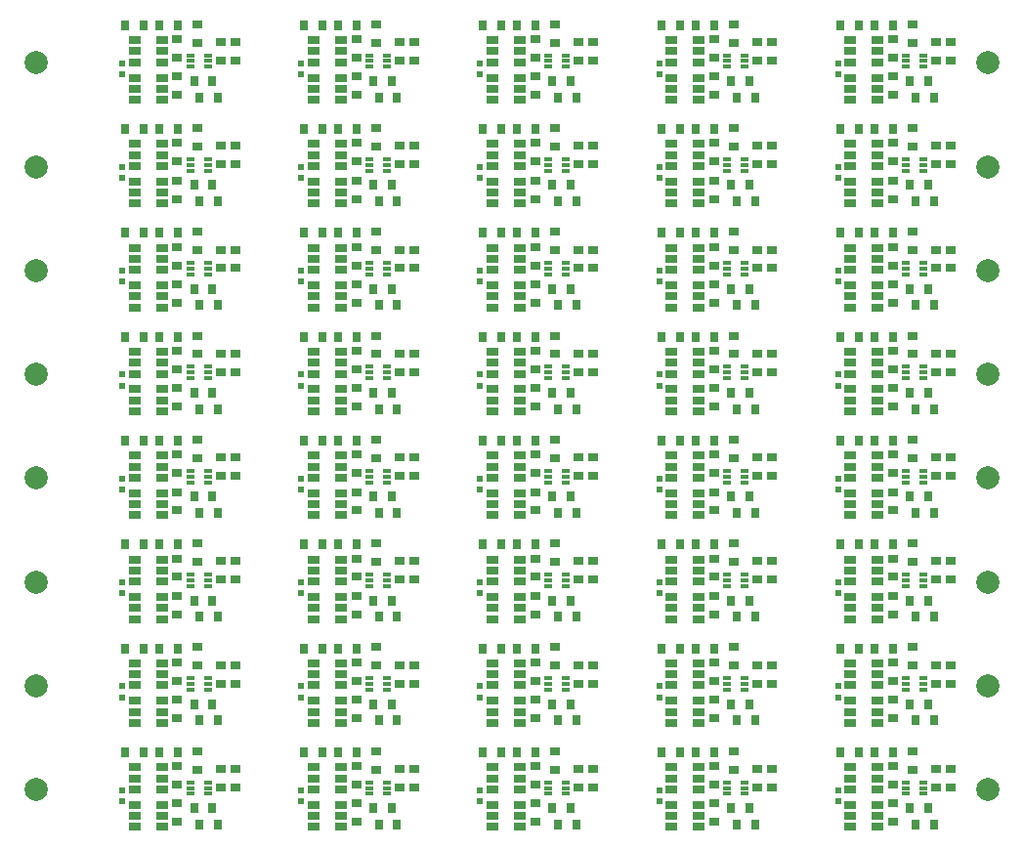
<source format=gtp>
G04 #@! TF.GenerationSoftware,KiCad,Pcbnew,(6.0.7)*
G04 #@! TF.CreationDate,2022-09-01T13:19:57+09:00*
G04 #@! TF.ProjectId,switchdecoder3,73776974-6368-4646-9563-6f646572332e,rev?*
G04 #@! TF.SameCoordinates,Original*
G04 #@! TF.FileFunction,Paste,Top*
G04 #@! TF.FilePolarity,Positive*
%FSLAX46Y46*%
G04 Gerber Fmt 4.6, Leading zero omitted, Abs format (unit mm)*
G04 Created by KiCad (PCBNEW (6.0.7)) date 2022-09-01 13:19:57*
%MOMM*%
%LPD*%
G01*
G04 APERTURE LIST*
%ADD10R,0.900000X0.700000*%
%ADD11R,1.000000X0.700000*%
%ADD12R,0.700000X0.900000*%
%ADD13R,0.700000X0.300000*%
%ADD14R,0.500000X0.550000*%
%ADD15C,2.000000*%
G04 APERTURE END LIST*
D10*
X61250000Y37700000D03*
X61250000Y39300000D03*
D11*
X59950000Y40550000D03*
X59950000Y41500000D03*
X59950000Y42450000D03*
X57550000Y42450000D03*
X57550000Y41500000D03*
X57550000Y40550000D03*
X13450000Y55300000D03*
X13450000Y56250000D03*
X13450000Y57200000D03*
X11050000Y57200000D03*
X11050000Y56250000D03*
X11050000Y55300000D03*
D12*
X48800000Y65900000D03*
X47200000Y65900000D03*
D11*
X13450000Y49550000D03*
X13450000Y50500000D03*
X13450000Y51450000D03*
X11050000Y51450000D03*
X11050000Y50500000D03*
X11050000Y49550000D03*
D13*
X15900000Y5150000D03*
X15900000Y4650000D03*
X15900000Y4150000D03*
X17400000Y4150000D03*
X17400000Y4650000D03*
X17400000Y5150000D03*
D10*
X14750000Y46700000D03*
X14750000Y48300000D03*
D13*
X15900000Y32150000D03*
X15900000Y31650000D03*
X15900000Y31150000D03*
X17400000Y31150000D03*
X17400000Y31650000D03*
X17400000Y32150000D03*
D14*
X41000000Y31475000D03*
X41000000Y30525000D03*
X56500000Y13475000D03*
X56500000Y12525000D03*
D13*
X31400000Y32150000D03*
X31400000Y31650000D03*
X31400000Y31150000D03*
X32900000Y31150000D03*
X32900000Y31650000D03*
X32900000Y32150000D03*
D10*
X47500000Y34850000D03*
X47500000Y33250000D03*
X61250000Y51550000D03*
X61250000Y49950000D03*
D12*
X64300000Y11900000D03*
X62700000Y11900000D03*
D10*
X30250000Y55700000D03*
X30250000Y57300000D03*
D14*
X25500000Y49475000D03*
X25500000Y48525000D03*
D11*
X28950000Y31550000D03*
X28950000Y32500000D03*
X28950000Y33450000D03*
X26550000Y33450000D03*
X26550000Y32500000D03*
X26550000Y31550000D03*
D10*
X30250000Y6550000D03*
X30250000Y4950000D03*
X61250000Y19700000D03*
X61250000Y21300000D03*
X30250000Y42550000D03*
X30250000Y40950000D03*
X47500000Y43850000D03*
X47500000Y42250000D03*
D12*
X79800000Y56900000D03*
X78200000Y56900000D03*
D10*
X76750000Y10700000D03*
X76750000Y12300000D03*
D12*
X10200000Y61750000D03*
X11800000Y61750000D03*
D13*
X15900000Y14150000D03*
X15900000Y13650000D03*
X15900000Y13150000D03*
X17400000Y13150000D03*
X17400000Y13650000D03*
X17400000Y14150000D03*
X15900000Y50150000D03*
X15900000Y49650000D03*
X15900000Y49150000D03*
X17400000Y49150000D03*
X17400000Y49650000D03*
X17400000Y50150000D03*
D12*
X13200000Y25750000D03*
X14800000Y25750000D03*
D10*
X80500000Y33300000D03*
X80500000Y31700000D03*
D12*
X33300000Y2900000D03*
X31700000Y2900000D03*
D14*
X72000000Y49475000D03*
X72000000Y48525000D03*
D11*
X13450000Y19300000D03*
X13450000Y20250000D03*
X13450000Y21200000D03*
X11050000Y21200000D03*
X11050000Y20250000D03*
X11050000Y19300000D03*
D10*
X81750000Y69300000D03*
X81750000Y67700000D03*
D12*
X72200000Y52750000D03*
X73800000Y52750000D03*
X16700000Y19500000D03*
X18300000Y19500000D03*
D10*
X32000000Y25850000D03*
X32000000Y24250000D03*
D12*
X79800000Y65900000D03*
X78200000Y65900000D03*
D10*
X32000000Y7850000D03*
X32000000Y6250000D03*
D11*
X59950000Y31550000D03*
X59950000Y32500000D03*
X59950000Y33450000D03*
X57550000Y33450000D03*
X57550000Y32500000D03*
X57550000Y31550000D03*
D12*
X10200000Y43750000D03*
X11800000Y43750000D03*
D13*
X62400000Y50150000D03*
X62400000Y49650000D03*
X62400000Y49150000D03*
X63900000Y49150000D03*
X63900000Y49650000D03*
X63900000Y50150000D03*
D10*
X66250000Y69300000D03*
X66250000Y67700000D03*
X14750000Y1700000D03*
X14750000Y3300000D03*
X78500000Y61850000D03*
X78500000Y60250000D03*
X16500000Y25850000D03*
X16500000Y24250000D03*
D11*
X28950000Y13550000D03*
X28950000Y14500000D03*
X28950000Y15450000D03*
X26550000Y15450000D03*
X26550000Y14500000D03*
X26550000Y13550000D03*
D12*
X56700000Y43750000D03*
X58300000Y43750000D03*
D10*
X49500000Y42300000D03*
X49500000Y40700000D03*
X81750000Y51300000D03*
X81750000Y49700000D03*
D12*
X32200000Y46500000D03*
X33800000Y46500000D03*
X64300000Y47900000D03*
X62700000Y47900000D03*
X79800000Y47900000D03*
X78200000Y47900000D03*
D10*
X49500000Y6300000D03*
X49500000Y4700000D03*
X16500000Y7850000D03*
X16500000Y6250000D03*
D12*
X59700000Y7750000D03*
X61300000Y7750000D03*
X33300000Y29900000D03*
X31700000Y29900000D03*
D13*
X31400000Y14150000D03*
X31400000Y13650000D03*
X31400000Y13150000D03*
X32900000Y13150000D03*
X32900000Y13650000D03*
X32900000Y14150000D03*
D11*
X44450000Y22550000D03*
X44450000Y23500000D03*
X44450000Y24450000D03*
X42050000Y24450000D03*
X42050000Y23500000D03*
X42050000Y22550000D03*
D10*
X14750000Y64700000D03*
X14750000Y66300000D03*
D12*
X63200000Y1500000D03*
X64800000Y1500000D03*
X17800000Y38900000D03*
X16200000Y38900000D03*
X56700000Y52750000D03*
X58300000Y52750000D03*
D10*
X49500000Y60300000D03*
X49500000Y58700000D03*
X80500000Y69300000D03*
X80500000Y67700000D03*
D14*
X56500000Y58475000D03*
X56500000Y57525000D03*
D10*
X35250000Y60300000D03*
X35250000Y58700000D03*
D15*
X85000000Y13500000D03*
X85000000Y13500000D03*
D10*
X61250000Y33550000D03*
X61250000Y31950000D03*
X30250000Y51550000D03*
X30250000Y49950000D03*
D12*
X59700000Y52750000D03*
X61300000Y52750000D03*
D14*
X56500000Y49475000D03*
X56500000Y48525000D03*
D12*
X72200000Y16750000D03*
X73800000Y16750000D03*
X33300000Y65900000D03*
X31700000Y65900000D03*
D10*
X76750000Y60550000D03*
X76750000Y58950000D03*
D12*
X64300000Y2900000D03*
X62700000Y2900000D03*
D10*
X78500000Y16850000D03*
X78500000Y15250000D03*
D13*
X46900000Y68150000D03*
X46900000Y67650000D03*
X46900000Y67150000D03*
X48400000Y67150000D03*
X48400000Y67650000D03*
X48400000Y68150000D03*
D11*
X75450000Y55300000D03*
X75450000Y56250000D03*
X75450000Y57200000D03*
X73050000Y57200000D03*
X73050000Y56250000D03*
X73050000Y55300000D03*
D10*
X18500000Y51300000D03*
X18500000Y49700000D03*
X34000000Y42300000D03*
X34000000Y40700000D03*
D11*
X75450000Y46300000D03*
X75450000Y47250000D03*
X75450000Y48200000D03*
X73050000Y48200000D03*
X73050000Y47250000D03*
X73050000Y46300000D03*
D12*
X78700000Y55500000D03*
X80300000Y55500000D03*
D10*
X30250000Y15550000D03*
X30250000Y13950000D03*
D14*
X10000000Y49475000D03*
X10000000Y48525000D03*
D13*
X77900000Y50150000D03*
X77900000Y49650000D03*
X77900000Y49150000D03*
X79400000Y49150000D03*
X79400000Y49650000D03*
X79400000Y50150000D03*
D10*
X35250000Y15300000D03*
X35250000Y13700000D03*
X61250000Y42550000D03*
X61250000Y40950000D03*
D12*
X33300000Y47900000D03*
X31700000Y47900000D03*
D11*
X75450000Y1300000D03*
X75450000Y2250000D03*
X75450000Y3200000D03*
X73050000Y3200000D03*
X73050000Y2250000D03*
X73050000Y1300000D03*
D10*
X45750000Y15550000D03*
X45750000Y13950000D03*
X18500000Y24300000D03*
X18500000Y22700000D03*
D11*
X28950000Y46300000D03*
X28950000Y47250000D03*
X28950000Y48200000D03*
X26550000Y48200000D03*
X26550000Y47250000D03*
X26550000Y46300000D03*
D12*
X33300000Y11900000D03*
X31700000Y11900000D03*
X16700000Y1500000D03*
X18300000Y1500000D03*
D10*
X61250000Y15550000D03*
X61250000Y13950000D03*
D12*
X33300000Y20900000D03*
X31700000Y20900000D03*
X48800000Y47900000D03*
X47200000Y47900000D03*
D11*
X75450000Y28300000D03*
X75450000Y29250000D03*
X75450000Y30200000D03*
X73050000Y30200000D03*
X73050000Y29250000D03*
X73050000Y28300000D03*
D14*
X10000000Y31475000D03*
X10000000Y30525000D03*
X10000000Y58475000D03*
X10000000Y57525000D03*
D11*
X28950000Y1300000D03*
X28950000Y2250000D03*
X28950000Y3200000D03*
X26550000Y3200000D03*
X26550000Y2250000D03*
X26550000Y1300000D03*
D13*
X31400000Y5150000D03*
X31400000Y4650000D03*
X31400000Y4150000D03*
X32900000Y4150000D03*
X32900000Y4650000D03*
X32900000Y5150000D03*
D10*
X66250000Y24300000D03*
X66250000Y22700000D03*
D12*
X63200000Y10500000D03*
X64800000Y10500000D03*
D11*
X28950000Y4550000D03*
X28950000Y5500000D03*
X28950000Y6450000D03*
X26550000Y6450000D03*
X26550000Y5500000D03*
X26550000Y4550000D03*
X28950000Y55300000D03*
X28950000Y56250000D03*
X28950000Y57200000D03*
X26550000Y57200000D03*
X26550000Y56250000D03*
X26550000Y55300000D03*
X75450000Y49550000D03*
X75450000Y50500000D03*
X75450000Y51450000D03*
X73050000Y51450000D03*
X73050000Y50500000D03*
X73050000Y49550000D03*
D10*
X76750000Y1700000D03*
X76750000Y3300000D03*
D12*
X28700000Y52750000D03*
X30300000Y52750000D03*
D14*
X10000000Y13475000D03*
X10000000Y12525000D03*
D12*
X79800000Y29900000D03*
X78200000Y29900000D03*
D11*
X13450000Y31550000D03*
X13450000Y32500000D03*
X13450000Y33450000D03*
X11050000Y33450000D03*
X11050000Y32500000D03*
X11050000Y31550000D03*
D14*
X72000000Y22475000D03*
X72000000Y21525000D03*
D10*
X16500000Y52850000D03*
X16500000Y51250000D03*
D13*
X15900000Y41150000D03*
X15900000Y40650000D03*
X15900000Y40150000D03*
X17400000Y40150000D03*
X17400000Y40650000D03*
X17400000Y41150000D03*
D15*
X85000000Y67500000D03*
X85000000Y67500000D03*
D11*
X59950000Y37300000D03*
X59950000Y38250000D03*
X59950000Y39200000D03*
X57550000Y39200000D03*
X57550000Y38250000D03*
X57550000Y37300000D03*
D14*
X10000000Y67475000D03*
X10000000Y66525000D03*
D11*
X13450000Y40550000D03*
X13450000Y41500000D03*
X13450000Y42450000D03*
X11050000Y42450000D03*
X11050000Y41500000D03*
X11050000Y40550000D03*
D10*
X30250000Y64700000D03*
X30250000Y66300000D03*
D15*
X85000000Y22500000D03*
X85000000Y22500000D03*
D11*
X59950000Y10300000D03*
X59950000Y11250000D03*
X59950000Y12200000D03*
X57550000Y12200000D03*
X57550000Y11250000D03*
X57550000Y10300000D03*
D10*
X76750000Y28700000D03*
X76750000Y30300000D03*
X80500000Y24300000D03*
X80500000Y22700000D03*
X65000000Y33300000D03*
X65000000Y31700000D03*
D11*
X44450000Y19300000D03*
X44450000Y20250000D03*
X44450000Y21200000D03*
X42050000Y21200000D03*
X42050000Y20250000D03*
X42050000Y19300000D03*
D10*
X18500000Y42300000D03*
X18500000Y40700000D03*
X65000000Y15300000D03*
X65000000Y13700000D03*
X34000000Y69300000D03*
X34000000Y67700000D03*
D12*
X44200000Y34750000D03*
X45800000Y34750000D03*
X32200000Y28500000D03*
X33800000Y28500000D03*
D11*
X13450000Y13550000D03*
X13450000Y14500000D03*
X13450000Y15450000D03*
X11050000Y15450000D03*
X11050000Y14500000D03*
X11050000Y13550000D03*
D10*
X61250000Y60550000D03*
X61250000Y58950000D03*
D11*
X59950000Y1300000D03*
X59950000Y2250000D03*
X59950000Y3200000D03*
X57550000Y3200000D03*
X57550000Y2250000D03*
X57550000Y1300000D03*
D12*
X44200000Y70750000D03*
X45800000Y70750000D03*
D11*
X44450000Y40550000D03*
X44450000Y41500000D03*
X44450000Y42450000D03*
X42050000Y42450000D03*
X42050000Y41500000D03*
X42050000Y40550000D03*
X44450000Y10300000D03*
X44450000Y11250000D03*
X44450000Y12200000D03*
X42050000Y12200000D03*
X42050000Y11250000D03*
X42050000Y10300000D03*
D12*
X47700000Y64500000D03*
X49300000Y64500000D03*
D10*
X63000000Y16850000D03*
X63000000Y15250000D03*
D14*
X25500000Y40475000D03*
X25500000Y39525000D03*
D10*
X76750000Y37700000D03*
X76750000Y39300000D03*
D12*
X59700000Y25750000D03*
X61300000Y25750000D03*
D10*
X19750000Y42300000D03*
X19750000Y40700000D03*
D12*
X28700000Y34750000D03*
X30300000Y34750000D03*
D10*
X66250000Y33300000D03*
X66250000Y31700000D03*
D12*
X10200000Y7750000D03*
X11800000Y7750000D03*
X75200000Y70750000D03*
X76800000Y70750000D03*
D11*
X59950000Y67550000D03*
X59950000Y68500000D03*
X59950000Y69450000D03*
X57550000Y69450000D03*
X57550000Y68500000D03*
X57550000Y67550000D03*
D12*
X47700000Y10500000D03*
X49300000Y10500000D03*
D13*
X31400000Y23150000D03*
X31400000Y22650000D03*
X31400000Y22150000D03*
X32900000Y22150000D03*
X32900000Y22650000D03*
X32900000Y23150000D03*
D12*
X63200000Y55500000D03*
X64800000Y55500000D03*
X56700000Y7750000D03*
X58300000Y7750000D03*
D10*
X81750000Y6300000D03*
X81750000Y4700000D03*
D14*
X72000000Y40475000D03*
X72000000Y39525000D03*
D12*
X63200000Y37500000D03*
X64800000Y37500000D03*
D10*
X14750000Y55700000D03*
X14750000Y57300000D03*
D12*
X13200000Y16750000D03*
X14800000Y16750000D03*
X32200000Y1500000D03*
X33800000Y1500000D03*
D11*
X44450000Y31550000D03*
X44450000Y32500000D03*
X44450000Y33450000D03*
X42050000Y33450000D03*
X42050000Y32500000D03*
X42050000Y31550000D03*
D10*
X78500000Y52850000D03*
X78500000Y51250000D03*
D12*
X75200000Y61750000D03*
X76800000Y61750000D03*
X72200000Y7750000D03*
X73800000Y7750000D03*
D10*
X76750000Y6550000D03*
X76750000Y4950000D03*
D11*
X13450000Y46300000D03*
X13450000Y47250000D03*
X13450000Y48200000D03*
X11050000Y48200000D03*
X11050000Y47250000D03*
X11050000Y46300000D03*
D14*
X25500000Y58475000D03*
X25500000Y57525000D03*
D10*
X35250000Y69300000D03*
X35250000Y67700000D03*
D13*
X77900000Y32150000D03*
X77900000Y31650000D03*
X77900000Y31150000D03*
X79400000Y31150000D03*
X79400000Y31650000D03*
X79400000Y32150000D03*
D10*
X76750000Y55700000D03*
X76750000Y57300000D03*
D12*
X41200000Y7750000D03*
X42800000Y7750000D03*
X72200000Y70750000D03*
X73800000Y70750000D03*
X16700000Y10500000D03*
X18300000Y10500000D03*
D10*
X49500000Y69300000D03*
X49500000Y67700000D03*
X78500000Y7850000D03*
X78500000Y6250000D03*
X47500000Y70850000D03*
X47500000Y69250000D03*
D12*
X41200000Y61750000D03*
X42800000Y61750000D03*
D11*
X75450000Y37300000D03*
X75450000Y38250000D03*
X75450000Y39200000D03*
X73050000Y39200000D03*
X73050000Y38250000D03*
X73050000Y37300000D03*
D14*
X41000000Y13475000D03*
X41000000Y12525000D03*
D11*
X59950000Y64300000D03*
X59950000Y65250000D03*
X59950000Y66200000D03*
X57550000Y66200000D03*
X57550000Y65250000D03*
X57550000Y64300000D03*
D10*
X32000000Y61850000D03*
X32000000Y60250000D03*
D11*
X13450000Y64300000D03*
X13450000Y65250000D03*
X13450000Y66200000D03*
X11050000Y66200000D03*
X11050000Y65250000D03*
X11050000Y64300000D03*
D10*
X14750000Y24550000D03*
X14750000Y22950000D03*
X76750000Y42550000D03*
X76750000Y40950000D03*
D14*
X25500000Y4475000D03*
X25500000Y3525000D03*
D10*
X35250000Y6300000D03*
X35250000Y4700000D03*
D12*
X10200000Y70750000D03*
X11800000Y70750000D03*
D10*
X14750000Y19700000D03*
X14750000Y21300000D03*
D12*
X41200000Y43750000D03*
X42800000Y43750000D03*
D10*
X45750000Y60550000D03*
X45750000Y58950000D03*
D12*
X25700000Y34750000D03*
X27300000Y34750000D03*
D10*
X47500000Y61850000D03*
X47500000Y60250000D03*
X45750000Y42550000D03*
X45750000Y40950000D03*
X30250000Y33550000D03*
X30250000Y31950000D03*
D13*
X46900000Y5150000D03*
X46900000Y4650000D03*
X46900000Y4150000D03*
X48400000Y4150000D03*
X48400000Y4650000D03*
X48400000Y5150000D03*
D12*
X13200000Y43750000D03*
X14800000Y43750000D03*
D14*
X41000000Y4475000D03*
X41000000Y3525000D03*
D15*
X2500000Y49500000D03*
D10*
X63000000Y34850000D03*
X63000000Y33250000D03*
D12*
X16700000Y64500000D03*
X18300000Y64500000D03*
D10*
X65000000Y6300000D03*
X65000000Y4700000D03*
D12*
X75200000Y34750000D03*
X76800000Y34750000D03*
X17800000Y11900000D03*
X16200000Y11900000D03*
X13200000Y34750000D03*
X14800000Y34750000D03*
X28700000Y61750000D03*
X30300000Y61750000D03*
D14*
X72000000Y13475000D03*
X72000000Y12525000D03*
D12*
X64300000Y38900000D03*
X62700000Y38900000D03*
D11*
X44450000Y67550000D03*
X44450000Y68500000D03*
X44450000Y69450000D03*
X42050000Y69450000D03*
X42050000Y68500000D03*
X42050000Y67550000D03*
D12*
X64300000Y65900000D03*
X62700000Y65900000D03*
D10*
X18500000Y69300000D03*
X18500000Y67700000D03*
D12*
X63200000Y28500000D03*
X64800000Y28500000D03*
D10*
X32000000Y70850000D03*
X32000000Y69250000D03*
X14750000Y6550000D03*
X14750000Y4950000D03*
D12*
X78700000Y1500000D03*
X80300000Y1500000D03*
X48800000Y2900000D03*
X47200000Y2900000D03*
X33300000Y38900000D03*
X31700000Y38900000D03*
X28700000Y43750000D03*
X30300000Y43750000D03*
D10*
X81750000Y15300000D03*
X81750000Y13700000D03*
D11*
X59950000Y28300000D03*
X59950000Y29250000D03*
X59950000Y30200000D03*
X57550000Y30200000D03*
X57550000Y29250000D03*
X57550000Y28300000D03*
D12*
X28700000Y7750000D03*
X30300000Y7750000D03*
X59700000Y34750000D03*
X61300000Y34750000D03*
X10200000Y16750000D03*
X11800000Y16750000D03*
D10*
X32000000Y16850000D03*
X32000000Y15250000D03*
D11*
X75450000Y4550000D03*
X75450000Y5500000D03*
X75450000Y6450000D03*
X73050000Y6450000D03*
X73050000Y5500000D03*
X73050000Y4550000D03*
D10*
X50750000Y15300000D03*
X50750000Y13700000D03*
D15*
X2500000Y58500000D03*
X2500000Y58500000D03*
D10*
X76750000Y69550000D03*
X76750000Y67950000D03*
D14*
X72000000Y31475000D03*
X72000000Y30525000D03*
D12*
X44200000Y61750000D03*
X45800000Y61750000D03*
X47700000Y46500000D03*
X49300000Y46500000D03*
D14*
X72000000Y58475000D03*
X72000000Y57525000D03*
D10*
X66250000Y51300000D03*
X66250000Y49700000D03*
D13*
X77900000Y23150000D03*
X77900000Y22650000D03*
X77900000Y22150000D03*
X79400000Y22150000D03*
X79400000Y22650000D03*
X79400000Y23150000D03*
D10*
X80500000Y42300000D03*
X80500000Y40700000D03*
D15*
X85000000Y31500000D03*
X85000000Y31500000D03*
D12*
X63200000Y46500000D03*
X64800000Y46500000D03*
X13200000Y70750000D03*
X14800000Y70750000D03*
D11*
X44450000Y49550000D03*
X44450000Y50500000D03*
X44450000Y51450000D03*
X42050000Y51450000D03*
X42050000Y50500000D03*
X42050000Y49550000D03*
D10*
X50750000Y51300000D03*
X50750000Y49700000D03*
X19750000Y33300000D03*
X19750000Y31700000D03*
X30250000Y10700000D03*
X30250000Y12300000D03*
X19750000Y51300000D03*
X19750000Y49700000D03*
X18500000Y15300000D03*
X18500000Y13700000D03*
D12*
X32200000Y55500000D03*
X33800000Y55500000D03*
D11*
X75450000Y22550000D03*
X75450000Y23500000D03*
X75450000Y24450000D03*
X73050000Y24450000D03*
X73050000Y23500000D03*
X73050000Y22550000D03*
D10*
X45750000Y1700000D03*
X45750000Y3300000D03*
D12*
X32200000Y10500000D03*
X33800000Y10500000D03*
D10*
X34000000Y6300000D03*
X34000000Y4700000D03*
X81750000Y33300000D03*
X81750000Y31700000D03*
D11*
X28950000Y22550000D03*
X28950000Y23500000D03*
X28950000Y24450000D03*
X26550000Y24450000D03*
X26550000Y23500000D03*
X26550000Y22550000D03*
D10*
X30250000Y60550000D03*
X30250000Y58950000D03*
D11*
X75450000Y40550000D03*
X75450000Y41500000D03*
X75450000Y42450000D03*
X73050000Y42450000D03*
X73050000Y41500000D03*
X73050000Y40550000D03*
D15*
X85000000Y4500000D03*
X85000000Y4500000D03*
D11*
X75450000Y31550000D03*
X75450000Y32500000D03*
X75450000Y33450000D03*
X73050000Y33450000D03*
X73050000Y32500000D03*
X73050000Y31550000D03*
D12*
X47700000Y37500000D03*
X49300000Y37500000D03*
D10*
X49500000Y24300000D03*
X49500000Y22700000D03*
D12*
X48800000Y11900000D03*
X47200000Y11900000D03*
D10*
X65000000Y60300000D03*
X65000000Y58700000D03*
X14750000Y60550000D03*
X14750000Y58950000D03*
X65000000Y69300000D03*
X65000000Y67700000D03*
D11*
X13450000Y4550000D03*
X13450000Y5500000D03*
X13450000Y6450000D03*
X11050000Y6450000D03*
X11050000Y5500000D03*
X11050000Y4550000D03*
D13*
X46900000Y23150000D03*
X46900000Y22650000D03*
X46900000Y22150000D03*
X48400000Y22150000D03*
X48400000Y22650000D03*
X48400000Y23150000D03*
D11*
X13450000Y22550000D03*
X13450000Y23500000D03*
X13450000Y24450000D03*
X11050000Y24450000D03*
X11050000Y23500000D03*
X11050000Y22550000D03*
D15*
X2500000Y13500000D03*
D12*
X78700000Y37500000D03*
X80300000Y37500000D03*
X75200000Y25750000D03*
X76800000Y25750000D03*
D10*
X50750000Y33300000D03*
X50750000Y31700000D03*
D11*
X59950000Y46300000D03*
X59950000Y47250000D03*
X59950000Y48200000D03*
X57550000Y48200000D03*
X57550000Y47250000D03*
X57550000Y46300000D03*
D10*
X45750000Y55700000D03*
X45750000Y57300000D03*
X76750000Y64700000D03*
X76750000Y66300000D03*
D12*
X72200000Y34750000D03*
X73800000Y34750000D03*
D13*
X31400000Y50150000D03*
X31400000Y49650000D03*
X31400000Y49150000D03*
X32900000Y49150000D03*
X32900000Y49650000D03*
X32900000Y50150000D03*
D12*
X64300000Y56900000D03*
X62700000Y56900000D03*
D10*
X63000000Y7850000D03*
X63000000Y6250000D03*
X16500000Y34850000D03*
X16500000Y33250000D03*
X49500000Y51300000D03*
X49500000Y49700000D03*
X45750000Y69550000D03*
X45750000Y67950000D03*
X19750000Y60300000D03*
X19750000Y58700000D03*
X18500000Y33300000D03*
X18500000Y31700000D03*
D11*
X28950000Y64300000D03*
X28950000Y65250000D03*
X28950000Y66200000D03*
X26550000Y66200000D03*
X26550000Y65250000D03*
X26550000Y64300000D03*
D12*
X17800000Y20900000D03*
X16200000Y20900000D03*
X17800000Y47900000D03*
X16200000Y47900000D03*
D10*
X61250000Y64700000D03*
X61250000Y66300000D03*
X81750000Y42300000D03*
X81750000Y40700000D03*
D14*
X25500000Y67475000D03*
X25500000Y66525000D03*
D12*
X47700000Y55500000D03*
X49300000Y55500000D03*
D11*
X13450000Y58550000D03*
X13450000Y59500000D03*
X13450000Y60450000D03*
X11050000Y60450000D03*
X11050000Y59500000D03*
X11050000Y58550000D03*
X13450000Y67550000D03*
X13450000Y68500000D03*
X13450000Y69450000D03*
X11050000Y69450000D03*
X11050000Y68500000D03*
X11050000Y67550000D03*
D10*
X45750000Y33550000D03*
X45750000Y31950000D03*
X61250000Y10700000D03*
X61250000Y12300000D03*
D11*
X13450000Y10300000D03*
X13450000Y11250000D03*
X13450000Y12200000D03*
X11050000Y12200000D03*
X11050000Y11250000D03*
X11050000Y10300000D03*
X75450000Y13550000D03*
X75450000Y14500000D03*
X75450000Y15450000D03*
X73050000Y15450000D03*
X73050000Y14500000D03*
X73050000Y13550000D03*
D14*
X41000000Y49475000D03*
X41000000Y48525000D03*
D12*
X56700000Y61750000D03*
X58300000Y61750000D03*
D14*
X25500000Y13475000D03*
X25500000Y12525000D03*
D10*
X35250000Y33300000D03*
X35250000Y31700000D03*
D12*
X32200000Y19500000D03*
X33800000Y19500000D03*
X79800000Y38900000D03*
X78200000Y38900000D03*
D10*
X45750000Y64700000D03*
X45750000Y66300000D03*
D11*
X44450000Y46300000D03*
X44450000Y47250000D03*
X44450000Y48200000D03*
X42050000Y48200000D03*
X42050000Y47250000D03*
X42050000Y46300000D03*
D10*
X50750000Y24300000D03*
X50750000Y22700000D03*
D12*
X44200000Y52750000D03*
X45800000Y52750000D03*
X17800000Y65900000D03*
X16200000Y65900000D03*
D10*
X49500000Y33300000D03*
X49500000Y31700000D03*
D12*
X13200000Y61750000D03*
X14800000Y61750000D03*
X59700000Y61750000D03*
X61300000Y61750000D03*
D15*
X85000000Y58500000D03*
X85000000Y58500000D03*
D13*
X15900000Y23150000D03*
X15900000Y22650000D03*
X15900000Y22150000D03*
X17400000Y22150000D03*
X17400000Y22650000D03*
X17400000Y23150000D03*
D11*
X13450000Y37300000D03*
X13450000Y38250000D03*
X13450000Y39200000D03*
X11050000Y39200000D03*
X11050000Y38250000D03*
X11050000Y37300000D03*
D12*
X72200000Y43750000D03*
X73800000Y43750000D03*
X41200000Y52750000D03*
X42800000Y52750000D03*
D10*
X30250000Y1700000D03*
X30250000Y3300000D03*
D12*
X75200000Y16750000D03*
X76800000Y16750000D03*
D13*
X62400000Y5150000D03*
X62400000Y4650000D03*
X62400000Y4150000D03*
X63900000Y4150000D03*
X63900000Y4650000D03*
X63900000Y5150000D03*
D12*
X25700000Y61750000D03*
X27300000Y61750000D03*
D14*
X56500000Y31475000D03*
X56500000Y30525000D03*
D12*
X32200000Y64500000D03*
X33800000Y64500000D03*
D10*
X45750000Y24550000D03*
X45750000Y22950000D03*
D12*
X79800000Y2900000D03*
X78200000Y2900000D03*
D10*
X76750000Y51550000D03*
X76750000Y49950000D03*
X30250000Y69550000D03*
X30250000Y67950000D03*
X34000000Y51300000D03*
X34000000Y49700000D03*
X63000000Y70850000D03*
X63000000Y69250000D03*
D13*
X46900000Y41150000D03*
X46900000Y40650000D03*
X46900000Y40150000D03*
X48400000Y40150000D03*
X48400000Y40650000D03*
X48400000Y41150000D03*
D12*
X78700000Y28500000D03*
X80300000Y28500000D03*
D14*
X56500000Y22475000D03*
X56500000Y21525000D03*
D13*
X62400000Y59150000D03*
X62400000Y58650000D03*
X62400000Y58150000D03*
X63900000Y58150000D03*
X63900000Y58650000D03*
X63900000Y59150000D03*
D10*
X63000000Y43850000D03*
X63000000Y42250000D03*
D12*
X16700000Y46500000D03*
X18300000Y46500000D03*
X33300000Y56900000D03*
X31700000Y56900000D03*
D10*
X66250000Y60300000D03*
X66250000Y58700000D03*
D13*
X62400000Y68150000D03*
X62400000Y67650000D03*
X62400000Y67150000D03*
X63900000Y67150000D03*
X63900000Y67650000D03*
X63900000Y68150000D03*
D12*
X78700000Y46500000D03*
X80300000Y46500000D03*
D10*
X18500000Y6300000D03*
X18500000Y4700000D03*
D12*
X78700000Y19500000D03*
X80300000Y19500000D03*
X28700000Y25750000D03*
X30300000Y25750000D03*
X10200000Y25750000D03*
X11800000Y25750000D03*
D14*
X56500000Y40475000D03*
X56500000Y39525000D03*
X41000000Y67475000D03*
X41000000Y66525000D03*
D12*
X56700000Y70750000D03*
X58300000Y70750000D03*
D11*
X44450000Y55300000D03*
X44450000Y56250000D03*
X44450000Y57200000D03*
X42050000Y57200000D03*
X42050000Y56250000D03*
X42050000Y55300000D03*
D10*
X76750000Y19700000D03*
X76750000Y21300000D03*
D15*
X2500000Y22500000D03*
D10*
X63000000Y61850000D03*
X63000000Y60250000D03*
X61250000Y1700000D03*
X61250000Y3300000D03*
X78500000Y43850000D03*
X78500000Y42250000D03*
X76750000Y33550000D03*
X76750000Y31950000D03*
D11*
X75450000Y10300000D03*
X75450000Y11250000D03*
X75450000Y12200000D03*
X73050000Y12200000D03*
X73050000Y11250000D03*
X73050000Y10300000D03*
D12*
X75200000Y7750000D03*
X76800000Y7750000D03*
D11*
X59950000Y4550000D03*
X59950000Y5500000D03*
X59950000Y6450000D03*
X57550000Y6450000D03*
X57550000Y5500000D03*
X57550000Y4550000D03*
D12*
X75200000Y43750000D03*
X76800000Y43750000D03*
D11*
X28950000Y40550000D03*
X28950000Y41500000D03*
X28950000Y42450000D03*
X26550000Y42450000D03*
X26550000Y41500000D03*
X26550000Y40550000D03*
D10*
X76750000Y15550000D03*
X76750000Y13950000D03*
X16500000Y16850000D03*
X16500000Y15250000D03*
X34000000Y33300000D03*
X34000000Y31700000D03*
D12*
X44200000Y43750000D03*
X45800000Y43750000D03*
X47700000Y1500000D03*
X49300000Y1500000D03*
D10*
X14750000Y10700000D03*
X14750000Y12300000D03*
D14*
X25500000Y31475000D03*
X25500000Y30525000D03*
D10*
X63000000Y25850000D03*
X63000000Y24250000D03*
D12*
X25700000Y16750000D03*
X27300000Y16750000D03*
X63200000Y19500000D03*
X64800000Y19500000D03*
X13200000Y52750000D03*
X14800000Y52750000D03*
X59700000Y16750000D03*
X61300000Y16750000D03*
X17800000Y29900000D03*
X16200000Y29900000D03*
D11*
X28950000Y58550000D03*
X28950000Y59500000D03*
X28950000Y60450000D03*
X26550000Y60450000D03*
X26550000Y59500000D03*
X26550000Y58550000D03*
D12*
X16700000Y55500000D03*
X18300000Y55500000D03*
D14*
X25500000Y22475000D03*
X25500000Y21525000D03*
D12*
X75200000Y52750000D03*
X76800000Y52750000D03*
X16700000Y37500000D03*
X18300000Y37500000D03*
D10*
X30250000Y19700000D03*
X30250000Y21300000D03*
D12*
X25700000Y43750000D03*
X27300000Y43750000D03*
D11*
X28950000Y19300000D03*
X28950000Y20250000D03*
X28950000Y21200000D03*
X26550000Y21200000D03*
X26550000Y20250000D03*
X26550000Y19300000D03*
X28950000Y37300000D03*
X28950000Y38250000D03*
X28950000Y39200000D03*
X26550000Y39200000D03*
X26550000Y38250000D03*
X26550000Y37300000D03*
X44450000Y28300000D03*
X44450000Y29250000D03*
X44450000Y30200000D03*
X42050000Y30200000D03*
X42050000Y29250000D03*
X42050000Y28300000D03*
D10*
X14750000Y37700000D03*
X14750000Y39300000D03*
D12*
X56700000Y34750000D03*
X58300000Y34750000D03*
D11*
X28950000Y10300000D03*
X28950000Y11250000D03*
X28950000Y12200000D03*
X26550000Y12200000D03*
X26550000Y11250000D03*
X26550000Y10300000D03*
D13*
X46900000Y32150000D03*
X46900000Y31650000D03*
X46900000Y31150000D03*
X48400000Y31150000D03*
X48400000Y31650000D03*
X48400000Y32150000D03*
D11*
X13450000Y28300000D03*
X13450000Y29250000D03*
X13450000Y30200000D03*
X11050000Y30200000D03*
X11050000Y29250000D03*
X11050000Y28300000D03*
D10*
X61250000Y69550000D03*
X61250000Y67950000D03*
D11*
X59950000Y19300000D03*
X59950000Y20250000D03*
X59950000Y21200000D03*
X57550000Y21200000D03*
X57550000Y20250000D03*
X57550000Y19300000D03*
D10*
X47500000Y52850000D03*
X47500000Y51250000D03*
X66250000Y6300000D03*
X66250000Y4700000D03*
D13*
X77900000Y59150000D03*
X77900000Y58650000D03*
X77900000Y58150000D03*
X79400000Y58150000D03*
X79400000Y58650000D03*
X79400000Y59150000D03*
D12*
X44200000Y7750000D03*
X45800000Y7750000D03*
D14*
X41000000Y58475000D03*
X41000000Y57525000D03*
D13*
X62400000Y23150000D03*
X62400000Y22650000D03*
X62400000Y22150000D03*
X63900000Y22150000D03*
X63900000Y22650000D03*
X63900000Y23150000D03*
X77900000Y68150000D03*
X77900000Y67650000D03*
X77900000Y67150000D03*
X79400000Y67150000D03*
X79400000Y67650000D03*
X79400000Y68150000D03*
D15*
X85000000Y40500000D03*
X85000000Y40500000D03*
D10*
X66250000Y15300000D03*
X66250000Y13700000D03*
X35250000Y42300000D03*
X35250000Y40700000D03*
X19750000Y6300000D03*
X19750000Y4700000D03*
X16500000Y43850000D03*
X16500000Y42250000D03*
X65000000Y24300000D03*
X65000000Y22700000D03*
D14*
X72000000Y4475000D03*
X72000000Y3525000D03*
D10*
X34000000Y60300000D03*
X34000000Y58700000D03*
D12*
X25700000Y7750000D03*
X27300000Y7750000D03*
D15*
X2500000Y4500000D03*
D10*
X61250000Y55700000D03*
X61250000Y57300000D03*
D13*
X31400000Y59150000D03*
X31400000Y58650000D03*
X31400000Y58150000D03*
X32900000Y58150000D03*
X32900000Y58650000D03*
X32900000Y59150000D03*
X62400000Y41150000D03*
X62400000Y40650000D03*
X62400000Y40150000D03*
X63900000Y40150000D03*
X63900000Y40650000D03*
X63900000Y41150000D03*
D10*
X47500000Y25850000D03*
X47500000Y24250000D03*
D11*
X44450000Y37300000D03*
X44450000Y38250000D03*
X44450000Y39200000D03*
X42050000Y39200000D03*
X42050000Y38250000D03*
X42050000Y37300000D03*
X59950000Y55300000D03*
X59950000Y56250000D03*
X59950000Y57200000D03*
X57550000Y57200000D03*
X57550000Y56250000D03*
X57550000Y55300000D03*
D14*
X10000000Y40475000D03*
X10000000Y39525000D03*
D10*
X16500000Y61850000D03*
X16500000Y60250000D03*
D12*
X78700000Y64500000D03*
X80300000Y64500000D03*
X32200000Y37500000D03*
X33800000Y37500000D03*
D10*
X49500000Y15300000D03*
X49500000Y13700000D03*
X14750000Y28700000D03*
X14750000Y30300000D03*
D11*
X44450000Y58550000D03*
X44450000Y59500000D03*
X44450000Y60450000D03*
X42050000Y60450000D03*
X42050000Y59500000D03*
X42050000Y58550000D03*
D10*
X50750000Y60300000D03*
X50750000Y58700000D03*
D12*
X41200000Y34750000D03*
X42800000Y34750000D03*
X47700000Y28500000D03*
X49300000Y28500000D03*
X16700000Y28500000D03*
X18300000Y28500000D03*
D11*
X75450000Y58550000D03*
X75450000Y59500000D03*
X75450000Y60450000D03*
X73050000Y60450000D03*
X73050000Y59500000D03*
X73050000Y58550000D03*
D10*
X45750000Y10700000D03*
X45750000Y12300000D03*
D12*
X48800000Y56900000D03*
X47200000Y56900000D03*
X59700000Y70750000D03*
X61300000Y70750000D03*
X17800000Y56900000D03*
X16200000Y56900000D03*
D13*
X46900000Y14150000D03*
X46900000Y13650000D03*
X46900000Y13150000D03*
X48400000Y13150000D03*
X48400000Y13650000D03*
X48400000Y14150000D03*
D10*
X34000000Y24300000D03*
X34000000Y22700000D03*
X61250000Y24550000D03*
X61250000Y22950000D03*
D12*
X59700000Y43750000D03*
X61300000Y43750000D03*
X48800000Y29900000D03*
X47200000Y29900000D03*
D10*
X30250000Y37700000D03*
X30250000Y39300000D03*
D11*
X59950000Y22550000D03*
X59950000Y23500000D03*
X59950000Y24450000D03*
X57550000Y24450000D03*
X57550000Y23500000D03*
X57550000Y22550000D03*
D13*
X77900000Y41150000D03*
X77900000Y40650000D03*
X77900000Y40150000D03*
X79400000Y40150000D03*
X79400000Y40650000D03*
X79400000Y41150000D03*
D10*
X76750000Y24550000D03*
X76750000Y22950000D03*
X35250000Y24300000D03*
X35250000Y22700000D03*
D12*
X25700000Y52750000D03*
X27300000Y52750000D03*
D11*
X28950000Y67550000D03*
X28950000Y68500000D03*
X28950000Y69450000D03*
X26550000Y69450000D03*
X26550000Y68500000D03*
X26550000Y67550000D03*
D10*
X78500000Y70850000D03*
X78500000Y69250000D03*
D13*
X62400000Y14150000D03*
X62400000Y13650000D03*
X62400000Y13150000D03*
X63900000Y13150000D03*
X63900000Y13650000D03*
X63900000Y14150000D03*
X15900000Y68150000D03*
X15900000Y67650000D03*
X15900000Y67150000D03*
X17400000Y67150000D03*
X17400000Y67650000D03*
X17400000Y68150000D03*
D10*
X30250000Y24550000D03*
X30250000Y22950000D03*
D11*
X44450000Y64300000D03*
X44450000Y65250000D03*
X44450000Y66200000D03*
X42050000Y66200000D03*
X42050000Y65250000D03*
X42050000Y64300000D03*
D13*
X46900000Y50150000D03*
X46900000Y49650000D03*
X46900000Y49150000D03*
X48400000Y49150000D03*
X48400000Y49650000D03*
X48400000Y50150000D03*
D10*
X19750000Y24300000D03*
X19750000Y22700000D03*
X45750000Y46700000D03*
X45750000Y48300000D03*
D13*
X15900000Y59150000D03*
X15900000Y58650000D03*
X15900000Y58150000D03*
X17400000Y58150000D03*
X17400000Y58650000D03*
X17400000Y59150000D03*
D10*
X63000000Y52850000D03*
X63000000Y51250000D03*
X61250000Y46700000D03*
X61250000Y48300000D03*
D14*
X41000000Y22475000D03*
X41000000Y21525000D03*
D10*
X65000000Y42300000D03*
X65000000Y40700000D03*
X81750000Y60300000D03*
X81750000Y58700000D03*
X32000000Y52850000D03*
X32000000Y51250000D03*
X35250000Y51300000D03*
X35250000Y49700000D03*
D11*
X28950000Y49550000D03*
X28950000Y50500000D03*
X28950000Y51450000D03*
X26550000Y51450000D03*
X26550000Y50500000D03*
X26550000Y49550000D03*
D12*
X64300000Y29900000D03*
X62700000Y29900000D03*
X10200000Y34750000D03*
X11800000Y34750000D03*
D10*
X50750000Y42300000D03*
X50750000Y40700000D03*
D11*
X59950000Y58550000D03*
X59950000Y59500000D03*
X59950000Y60450000D03*
X57550000Y60450000D03*
X57550000Y59500000D03*
X57550000Y58550000D03*
D10*
X80500000Y15300000D03*
X80500000Y13700000D03*
D12*
X28700000Y16750000D03*
X30300000Y16750000D03*
D10*
X81750000Y24300000D03*
X81750000Y22700000D03*
X14750000Y15550000D03*
X14750000Y13950000D03*
D12*
X44200000Y25750000D03*
X45800000Y25750000D03*
D10*
X80500000Y6300000D03*
X80500000Y4700000D03*
X14750000Y33550000D03*
X14750000Y31950000D03*
X14750000Y69550000D03*
X14750000Y67950000D03*
D15*
X2500000Y67500000D03*
X2500000Y67500000D03*
D11*
X44450000Y13550000D03*
X44450000Y14500000D03*
X44450000Y15450000D03*
X42050000Y15450000D03*
X42050000Y14500000D03*
X42050000Y13550000D03*
D12*
X41200000Y16750000D03*
X42800000Y16750000D03*
X41200000Y70750000D03*
X42800000Y70750000D03*
X72200000Y25750000D03*
X73800000Y25750000D03*
X72200000Y61750000D03*
X73800000Y61750000D03*
D10*
X61250000Y28700000D03*
X61250000Y30300000D03*
X80500000Y51300000D03*
X80500000Y49700000D03*
X45750000Y19700000D03*
X45750000Y21300000D03*
D11*
X13450000Y1300000D03*
X13450000Y2250000D03*
X13450000Y3200000D03*
X11050000Y3200000D03*
X11050000Y2250000D03*
X11050000Y1300000D03*
D10*
X14750000Y51550000D03*
X14750000Y49950000D03*
X47500000Y16850000D03*
X47500000Y15250000D03*
D12*
X41200000Y25750000D03*
X42800000Y25750000D03*
X10200000Y52750000D03*
X11800000Y52750000D03*
D10*
X61250000Y6550000D03*
X61250000Y4950000D03*
X66250000Y42300000D03*
X66250000Y40700000D03*
D12*
X48800000Y38900000D03*
X47200000Y38900000D03*
D10*
X19750000Y15300000D03*
X19750000Y13700000D03*
X30250000Y28700000D03*
X30250000Y30300000D03*
D11*
X59950000Y49550000D03*
X59950000Y50500000D03*
X59950000Y51450000D03*
X57550000Y51450000D03*
X57550000Y50500000D03*
X57550000Y49550000D03*
D10*
X45750000Y28700000D03*
X45750000Y30300000D03*
D14*
X10000000Y4475000D03*
X10000000Y3525000D03*
D12*
X79800000Y20900000D03*
X78200000Y20900000D03*
X56700000Y16750000D03*
X58300000Y16750000D03*
X25700000Y70750000D03*
X27300000Y70750000D03*
D10*
X45750000Y6550000D03*
X45750000Y4950000D03*
D15*
X2500000Y31500000D03*
X2500000Y40500000D03*
D11*
X28950000Y28300000D03*
X28950000Y29250000D03*
X28950000Y30200000D03*
X26550000Y30200000D03*
X26550000Y29250000D03*
X26550000Y28300000D03*
D14*
X72000000Y67475000D03*
X72000000Y66525000D03*
D15*
X85000000Y49500000D03*
X85000000Y49500000D03*
D10*
X45750000Y37700000D03*
X45750000Y39300000D03*
D12*
X78700000Y10500000D03*
X80300000Y10500000D03*
X63200000Y64500000D03*
X64800000Y64500000D03*
D11*
X44450000Y1300000D03*
X44450000Y2250000D03*
X44450000Y3200000D03*
X42050000Y3200000D03*
X42050000Y2250000D03*
X42050000Y1300000D03*
D10*
X78500000Y34850000D03*
X78500000Y33250000D03*
X50750000Y6300000D03*
X50750000Y4700000D03*
D12*
X48800000Y20900000D03*
X47200000Y20900000D03*
D14*
X10000000Y22475000D03*
X10000000Y21525000D03*
D10*
X19750000Y69300000D03*
X19750000Y67700000D03*
X80500000Y60300000D03*
X80500000Y58700000D03*
X50750000Y69300000D03*
X50750000Y67700000D03*
X14750000Y42550000D03*
X14750000Y40950000D03*
D12*
X64300000Y20900000D03*
X62700000Y20900000D03*
D10*
X45750000Y51550000D03*
X45750000Y49950000D03*
D12*
X17800000Y2900000D03*
X16200000Y2900000D03*
D10*
X30250000Y46700000D03*
X30250000Y48300000D03*
X32000000Y43850000D03*
X32000000Y42250000D03*
D12*
X47700000Y19500000D03*
X49300000Y19500000D03*
X56700000Y25750000D03*
X58300000Y25750000D03*
D11*
X75450000Y67550000D03*
X75450000Y68500000D03*
X75450000Y69450000D03*
X73050000Y69450000D03*
X73050000Y68500000D03*
X73050000Y67550000D03*
D10*
X32000000Y34850000D03*
X32000000Y33250000D03*
D14*
X56500000Y4475000D03*
X56500000Y3525000D03*
D10*
X76750000Y46700000D03*
X76750000Y48300000D03*
D13*
X46900000Y59150000D03*
X46900000Y58650000D03*
X46900000Y58150000D03*
X48400000Y58150000D03*
X48400000Y58650000D03*
X48400000Y59150000D03*
X77900000Y5150000D03*
X77900000Y4650000D03*
X77900000Y4150000D03*
X79400000Y4150000D03*
X79400000Y4650000D03*
X79400000Y5150000D03*
D11*
X75450000Y64300000D03*
X75450000Y65250000D03*
X75450000Y66200000D03*
X73050000Y66200000D03*
X73050000Y65250000D03*
X73050000Y64300000D03*
D10*
X34000000Y15300000D03*
X34000000Y13700000D03*
X16500000Y70850000D03*
X16500000Y69250000D03*
D12*
X25700000Y25750000D03*
X27300000Y25750000D03*
D10*
X18500000Y60300000D03*
X18500000Y58700000D03*
X65000000Y51300000D03*
X65000000Y49700000D03*
D11*
X75450000Y19300000D03*
X75450000Y20250000D03*
X75450000Y21200000D03*
X73050000Y21200000D03*
X73050000Y20250000D03*
X73050000Y19300000D03*
D13*
X62400000Y32150000D03*
X62400000Y31650000D03*
X62400000Y31150000D03*
X63900000Y31150000D03*
X63900000Y31650000D03*
X63900000Y32150000D03*
D12*
X44200000Y16750000D03*
X45800000Y16750000D03*
X28700000Y70750000D03*
X30300000Y70750000D03*
D14*
X56500000Y67475000D03*
X56500000Y66525000D03*
D13*
X31400000Y41150000D03*
X31400000Y40650000D03*
X31400000Y40150000D03*
X32900000Y40150000D03*
X32900000Y40650000D03*
X32900000Y41150000D03*
D11*
X44450000Y4550000D03*
X44450000Y5500000D03*
X44450000Y6450000D03*
X42050000Y6450000D03*
X42050000Y5500000D03*
X42050000Y4550000D03*
D14*
X41000000Y40475000D03*
X41000000Y39525000D03*
D12*
X79800000Y11900000D03*
X78200000Y11900000D03*
X13200000Y7750000D03*
X14800000Y7750000D03*
D11*
X59950000Y13550000D03*
X59950000Y14500000D03*
X59950000Y15450000D03*
X57550000Y15450000D03*
X57550000Y14500000D03*
X57550000Y13550000D03*
D13*
X77900000Y14150000D03*
X77900000Y13650000D03*
X77900000Y13150000D03*
X79400000Y13150000D03*
X79400000Y13650000D03*
X79400000Y14150000D03*
D10*
X47500000Y7850000D03*
X47500000Y6250000D03*
D13*
X31400000Y68150000D03*
X31400000Y67650000D03*
X31400000Y67150000D03*
X32900000Y67150000D03*
X32900000Y67650000D03*
X32900000Y68150000D03*
D10*
X78500000Y25850000D03*
X78500000Y24250000D03*
M02*

</source>
